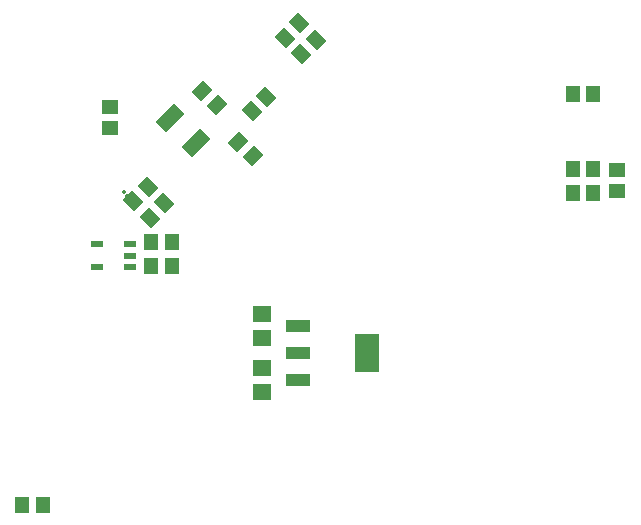
<source format=gbp>
G04 Layer_Color=128*
%FSLAX25Y25*%
%MOIN*%
G70*
G01*
G75*
%ADD10R,0.04528X0.05315*%
G04:AMPARAMS|DCode=15|XSize=55.12mil|YSize=45.28mil|CornerRadius=0mil|HoleSize=0mil|Usage=FLASHONLY|Rotation=315.000|XOffset=0mil|YOffset=0mil|HoleType=Round|Shape=Rectangle|*
%AMROTATEDRECTD15*
4,1,4,-0.03550,0.00348,-0.00348,0.03550,0.03550,-0.00348,0.00348,-0.03550,-0.03550,0.00348,0.0*
%
%ADD15ROTATEDRECTD15*%

%ADD26R,0.05315X0.04528*%
%ADD40R,0.05512X0.04528*%
G04:AMPARAMS|DCode=41|XSize=55.12mil|YSize=45.28mil|CornerRadius=0mil|HoleSize=0mil|Usage=FLASHONLY|Rotation=45.000|XOffset=0mil|YOffset=0mil|HoleType=Round|Shape=Rectangle|*
%AMROTATEDRECTD41*
4,1,4,-0.00348,-0.03550,-0.03550,-0.00348,0.00348,0.03550,0.03550,0.00348,-0.00348,-0.03550,0.0*
%
%ADD41ROTATEDRECTD41*%

G04:AMPARAMS|DCode=42|XSize=49.21mil|YSize=86.61mil|CornerRadius=0mil|HoleSize=0mil|Usage=FLASHONLY|Rotation=315.000|XOffset=0mil|YOffset=0mil|HoleType=Round|Shape=Rectangle|*
%AMROTATEDRECTD42*
4,1,4,-0.04802,-0.01322,0.01322,0.04802,0.04802,0.01322,-0.01322,-0.04802,-0.04802,-0.01322,0.0*
%
%ADD42ROTATEDRECTD42*%

%ADD43R,0.03937X0.02362*%
%ADD44P,0.01414X4X360.0*%
%ADD45R,0.05906X0.05512*%
%ADD46R,0.08465X0.12795*%
%ADD47R,0.08465X0.03937*%
D10*
X46945Y12000D02*
D03*
X40055D02*
D03*
X223555Y116000D02*
D03*
X230445D02*
D03*
X223555Y124000D02*
D03*
X230445D02*
D03*
X89890Y99500D02*
D03*
X83000D02*
D03*
X83055Y91500D02*
D03*
X89945D02*
D03*
X223555Y149000D02*
D03*
X230445D02*
D03*
D15*
X127564Y167564D02*
D03*
X132436Y172436D02*
D03*
X133064Y162064D02*
D03*
X137936Y166936D02*
D03*
X116564Y143064D02*
D03*
X121436Y147936D02*
D03*
X77064Y113064D02*
D03*
X81936Y117936D02*
D03*
X82564Y107564D02*
D03*
X87436Y112436D02*
D03*
D26*
X69500Y144445D02*
D03*
Y137555D02*
D03*
D40*
X238500Y116555D02*
D03*
Y123445D02*
D03*
D41*
X104936Y145064D02*
D03*
X100064Y149936D02*
D03*
X112064Y132936D02*
D03*
X116936Y128064D02*
D03*
D42*
X98009Y132509D02*
D03*
X89518Y141000D02*
D03*
D43*
X65087Y98740D02*
D03*
Y91260D02*
D03*
X75913D02*
D03*
Y95000D02*
D03*
Y98740D02*
D03*
D44*
X75000Y115000D02*
D03*
X73956Y116044D02*
D03*
D45*
X120000Y57437D02*
D03*
Y49563D02*
D03*
Y75374D02*
D03*
Y67500D02*
D03*
D46*
X155016Y62500D02*
D03*
D47*
X131984Y71555D02*
D03*
Y62500D02*
D03*
Y53445D02*
D03*
M02*

</source>
